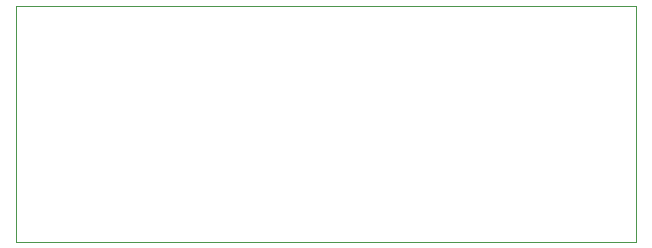
<source format=gbr>
G04 #@! TF.GenerationSoftware,KiCad,Pcbnew,(5.1.0)-1*
G04 #@! TF.CreationDate,2022-11-08T17:01:55+01:00*
G04 #@! TF.ProjectId,USB - UART,55534220-2d20-4554-9152-542e6b696361,rev?*
G04 #@! TF.SameCoordinates,Original*
G04 #@! TF.FileFunction,Profile,NP*
%FSLAX46Y46*%
G04 Gerber Fmt 4.6, Leading zero omitted, Abs format (unit mm)*
G04 Created by KiCad (PCBNEW (5.1.0)-1) date 2022-11-08 17:01:55*
%MOMM*%
%LPD*%
G04 APERTURE LIST*
%ADD10C,0.050000*%
G04 APERTURE END LIST*
D10*
X155000000Y-112500000D02*
X102500000Y-112500000D01*
X155000000Y-92500000D02*
X155000000Y-112500000D01*
X102500000Y-92500000D02*
X155000000Y-92500000D01*
X102500000Y-92500000D02*
X102500000Y-112500000D01*
M02*

</source>
